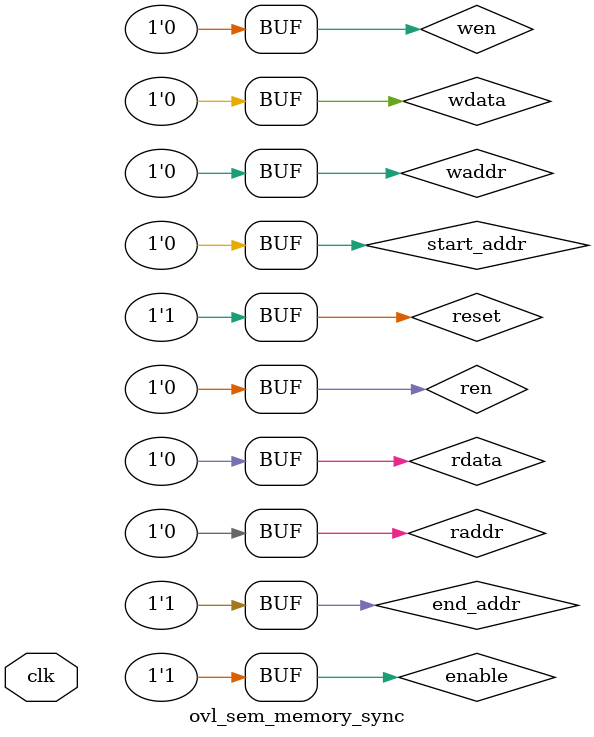
<source format=sv>
module ovl_sem_memory_sync(input logic clk);
  logic reset = 1'b1;
  logic enable = 1'b1;
`ifdef FAIL
  logic ren = 1'bx;
`else
  logic ren = 1'b0;
`endif
  logic wen = 1'b0;
  logic [0:0] start_addr = 1'b0;
  logic [0:0] end_addr = 1'b1;
  logic [0:0] raddr = 1'b0;
  logic [0:0] rdata = 1'b0;
  logic [0:0] waddr = 1'b0;
  logic [0:0] wdata = 1'b0;

  ovl_memory_sync #(
      .data_width(1),
      .addr_width(1),
      .mem_size(2),
      .addr_check(0),
      .init_check(0),
      .conflict_check(0),
      .one_read_check(0),
      .one_write_check(0),
      .value_check(0)) dut (
      .reset(reset),
      .enable(enable),
      .start_addr(start_addr),
      .end_addr(end_addr),
      .r_clock(clk),
      .ren(ren),
      .raddr(raddr),
      .rdata(rdata),
      .w_clock(clk),
      .wen(wen),
      .waddr(waddr),
      .wdata(wdata),
      .fire());
endmodule

</source>
